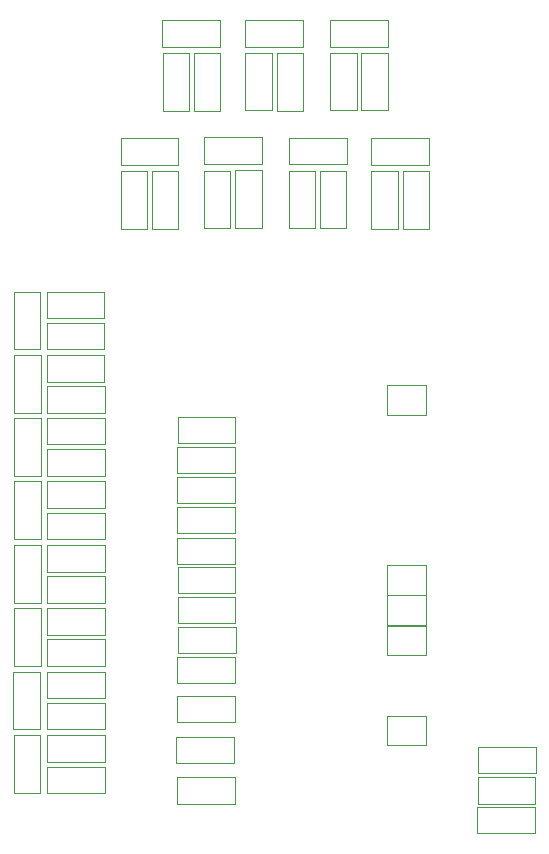
<source format=gbr>
G04 #@! TF.GenerationSoftware,KiCad,Pcbnew,5.1.5+dfsg1-2build2*
G04 #@! TF.CreationDate,2023-05-06T09:23:40+02:00*
G04 #@! TF.ProjectId,digital,64696769-7461-46c2-9e6b-696361645f70,rev?*
G04 #@! TF.SameCoordinates,Original*
G04 #@! TF.FileFunction,Other,User*
%FSLAX46Y46*%
G04 Gerber Fmt 4.6, Leading zero omitted, Abs format (unit mm)*
G04 Created by KiCad (PCBNEW 5.1.5+dfsg1-2build2) date 2023-05-06 09:23:40*
%MOMM*%
%LPD*%
G04 APERTURE LIST*
%ADD10C,0.050000*%
G04 APERTURE END LIST*
D10*
X125791500Y-82403000D02*
X128031500Y-82403000D01*
X128031500Y-82403000D02*
X128031500Y-77503000D01*
X128031500Y-77503000D02*
X125791500Y-77503000D01*
X125791500Y-77503000D02*
X125791500Y-82403000D01*
X125814360Y-82870080D02*
X125814360Y-87770080D01*
X128054360Y-82870080D02*
X125814360Y-82870080D01*
X128054360Y-87770080D02*
X128054360Y-82870080D01*
X125814360Y-87770080D02*
X128054360Y-87770080D01*
X125827060Y-93091380D02*
X128067060Y-93091380D01*
X128067060Y-93091380D02*
X128067060Y-88191380D01*
X128067060Y-88191380D02*
X125827060Y-88191380D01*
X125827060Y-88191380D02*
X125827060Y-93091380D01*
X125839760Y-103860980D02*
X128079760Y-103860980D01*
X128079760Y-103860980D02*
X128079760Y-98960980D01*
X128079760Y-98960980D02*
X125839760Y-98960980D01*
X125839760Y-98960980D02*
X125839760Y-103860980D01*
X125827060Y-104294980D02*
X125827060Y-109194980D01*
X128067060Y-104294980D02*
X125827060Y-104294980D01*
X128067060Y-109194980D02*
X128067060Y-104294980D01*
X125827060Y-109194980D02*
X128067060Y-109194980D01*
X125752060Y-114579380D02*
X127992060Y-114579380D01*
X127992060Y-114579380D02*
X127992060Y-109679380D01*
X127992060Y-109679380D02*
X125752060Y-109679380D01*
X125752060Y-109679380D02*
X125752060Y-114579380D01*
X125814360Y-98476180D02*
X128054360Y-98476180D01*
X128054360Y-98476180D02*
X128054360Y-93576180D01*
X128054360Y-93576180D02*
X125814360Y-93576180D01*
X125814360Y-93576180D02*
X125814360Y-98476180D01*
X125790160Y-115060980D02*
X125790160Y-119960980D01*
X128030160Y-115060980D02*
X125790160Y-115060980D01*
X128030160Y-119960980D02*
X128030160Y-115060980D01*
X125790160Y-119960980D02*
X128030160Y-119960980D01*
X134829500Y-64507500D02*
X134829500Y-66747500D01*
X134829500Y-66747500D02*
X139729500Y-66747500D01*
X139729500Y-66747500D02*
X139729500Y-64507500D01*
X139729500Y-64507500D02*
X134829500Y-64507500D01*
X138363500Y-54514500D02*
X138363500Y-56754500D01*
X138363500Y-56754500D02*
X143263500Y-56754500D01*
X143263500Y-56754500D02*
X143263500Y-54514500D01*
X143263500Y-54514500D02*
X138363500Y-54514500D01*
X146765420Y-64456160D02*
X141865420Y-64456160D01*
X146765420Y-66696160D02*
X146765420Y-64456160D01*
X141865420Y-66696160D02*
X146765420Y-66696160D01*
X141865420Y-64456160D02*
X141865420Y-66696160D01*
X145375120Y-54514500D02*
X145375120Y-56754500D01*
X145375120Y-56754500D02*
X150275120Y-56754500D01*
X150275120Y-56754500D02*
X150275120Y-54514500D01*
X150275120Y-54514500D02*
X145375120Y-54514500D01*
X149074000Y-64482500D02*
X149074000Y-66722500D01*
X149074000Y-66722500D02*
X153974000Y-66722500D01*
X153974000Y-66722500D02*
X153974000Y-64482500D01*
X153974000Y-64482500D02*
X149074000Y-64482500D01*
X157462320Y-54525860D02*
X152562320Y-54525860D01*
X157462320Y-56765860D02*
X157462320Y-54525860D01*
X152562320Y-56765860D02*
X157462320Y-56765860D01*
X152562320Y-54525860D02*
X152562320Y-56765860D01*
X156054500Y-64532500D02*
X156054500Y-66772500D01*
X156054500Y-66772500D02*
X160954500Y-66772500D01*
X160954500Y-66772500D02*
X160954500Y-64532500D01*
X160954500Y-64532500D02*
X156054500Y-64532500D01*
X144549000Y-88108500D02*
X139649000Y-88108500D01*
X144549000Y-90348500D02*
X144549000Y-88108500D01*
X139649000Y-90348500D02*
X144549000Y-90348500D01*
X139649000Y-88108500D02*
X139649000Y-90348500D01*
X144546160Y-90660380D02*
X139646160Y-90660380D01*
X144546160Y-92900380D02*
X144546160Y-90660380D01*
X139646160Y-92900380D02*
X144546160Y-92900380D01*
X139646160Y-90660380D02*
X139646160Y-92900380D01*
X139646160Y-93200380D02*
X139646160Y-95440380D01*
X139646160Y-95440380D02*
X144546160Y-95440380D01*
X144546160Y-95440380D02*
X144546160Y-93200380D01*
X144546160Y-93200380D02*
X139646160Y-93200380D01*
X144546160Y-98331180D02*
X139646160Y-98331180D01*
X144546160Y-100571180D02*
X144546160Y-98331180D01*
X139646160Y-100571180D02*
X144546160Y-100571180D01*
X139646160Y-98331180D02*
X139646160Y-100571180D01*
X144549360Y-100794980D02*
X139649360Y-100794980D01*
X144549360Y-103034980D02*
X144549360Y-100794980D01*
X139649360Y-103034980D02*
X144549360Y-103034980D01*
X139649360Y-100794980D02*
X139649360Y-103034980D01*
X144549360Y-103360380D02*
X139649360Y-103360380D01*
X144549360Y-105600380D02*
X144549360Y-103360380D01*
X139649360Y-105600380D02*
X144549360Y-105600380D01*
X139649360Y-103360380D02*
X139649360Y-105600380D01*
X133461500Y-82390500D02*
X133461500Y-80150500D01*
X133461500Y-80150500D02*
X128561500Y-80150500D01*
X128561500Y-80150500D02*
X128561500Y-82390500D01*
X128561500Y-82390500D02*
X133461500Y-82390500D01*
X133471500Y-87770500D02*
X133471500Y-85530500D01*
X133471500Y-85530500D02*
X128571500Y-85530500D01*
X128571500Y-85530500D02*
X128571500Y-87770500D01*
X128571500Y-87770500D02*
X133471500Y-87770500D01*
X133481500Y-93090500D02*
X133481500Y-90850500D01*
X133481500Y-90850500D02*
X128581500Y-90850500D01*
X128581500Y-90850500D02*
X128581500Y-93090500D01*
X128581500Y-93090500D02*
X133481500Y-93090500D01*
X133471500Y-103840500D02*
X133471500Y-101600500D01*
X133471500Y-101600500D02*
X128571500Y-101600500D01*
X128571500Y-101600500D02*
X128571500Y-103840500D01*
X128571500Y-103840500D02*
X133471500Y-103840500D01*
X133501500Y-109200500D02*
X133501500Y-106960500D01*
X133501500Y-106960500D02*
X128601500Y-106960500D01*
X128601500Y-106960500D02*
X128601500Y-109200500D01*
X128601500Y-109200500D02*
X133501500Y-109200500D01*
X133521500Y-114580500D02*
X133521500Y-112340500D01*
X133521500Y-112340500D02*
X128621500Y-112340500D01*
X128621500Y-112340500D02*
X128621500Y-114580500D01*
X128621500Y-114580500D02*
X133521500Y-114580500D01*
X133461500Y-77540500D02*
X128561500Y-77540500D01*
X133461500Y-79780500D02*
X133461500Y-77540500D01*
X128561500Y-79780500D02*
X133461500Y-79780500D01*
X128561500Y-77540500D02*
X128561500Y-79780500D01*
X133461500Y-82890500D02*
X128561500Y-82890500D01*
X133461500Y-85130500D02*
X133461500Y-82890500D01*
X128561500Y-85130500D02*
X133461500Y-85130500D01*
X128561500Y-82890500D02*
X128561500Y-85130500D01*
X133471500Y-88190500D02*
X128571500Y-88190500D01*
X133471500Y-90430500D02*
X133471500Y-88190500D01*
X128571500Y-90430500D02*
X133471500Y-90430500D01*
X128571500Y-88190500D02*
X128571500Y-90430500D01*
X133491500Y-98970500D02*
X128591500Y-98970500D01*
X133491500Y-101210500D02*
X133491500Y-98970500D01*
X128591500Y-101210500D02*
X133491500Y-101210500D01*
X128591500Y-98970500D02*
X128591500Y-101210500D01*
X133491500Y-104300500D02*
X128591500Y-104300500D01*
X133491500Y-106540500D02*
X133491500Y-104300500D01*
X128591500Y-106540500D02*
X133491500Y-106540500D01*
X128591500Y-104300500D02*
X128591500Y-106540500D01*
X133521500Y-109690500D02*
X128621500Y-109690500D01*
X133521500Y-111930500D02*
X133521500Y-109690500D01*
X128621500Y-111930500D02*
X133521500Y-111930500D01*
X128621500Y-109690500D02*
X128621500Y-111930500D01*
X144546160Y-95740380D02*
X139646160Y-95740380D01*
X144546160Y-97980380D02*
X144546160Y-95740380D01*
X139646160Y-97980380D02*
X144546160Y-97980380D01*
X139646160Y-95740380D02*
X139646160Y-97980380D01*
X139671560Y-105900380D02*
X139671560Y-108140380D01*
X139671560Y-108140380D02*
X144571560Y-108140380D01*
X144571560Y-108140380D02*
X144571560Y-105900380D01*
X144571560Y-105900380D02*
X139671560Y-105900380D01*
X139633460Y-108427680D02*
X139633460Y-110667680D01*
X139633460Y-110667680D02*
X144533460Y-110667680D01*
X144533460Y-110667680D02*
X144533460Y-108427680D01*
X144533460Y-108427680D02*
X139633460Y-108427680D01*
X139599000Y-111713500D02*
X139599000Y-113953500D01*
X139599000Y-113953500D02*
X144499000Y-113953500D01*
X144499000Y-113953500D02*
X144499000Y-111713500D01*
X144499000Y-111713500D02*
X139599000Y-111713500D01*
X139561500Y-115193500D02*
X139561500Y-117433500D01*
X139561500Y-117433500D02*
X144461500Y-117433500D01*
X144461500Y-117433500D02*
X144461500Y-115193500D01*
X144461500Y-115193500D02*
X139561500Y-115193500D01*
X139620760Y-118613080D02*
X139620760Y-120853080D01*
X139620760Y-120853080D02*
X144520760Y-120853080D01*
X144520760Y-120853080D02*
X144520760Y-118613080D01*
X144520760Y-118613080D02*
X139620760Y-118613080D01*
X165036500Y-121133500D02*
X165036500Y-123373500D01*
X165036500Y-123373500D02*
X169936500Y-123373500D01*
X169936500Y-123373500D02*
X169936500Y-121133500D01*
X169936500Y-121133500D02*
X165036500Y-121133500D01*
X165049000Y-118608500D02*
X165049000Y-120848500D01*
X165049000Y-120848500D02*
X169949000Y-120848500D01*
X169949000Y-120848500D02*
X169949000Y-118608500D01*
X169949000Y-118608500D02*
X165049000Y-118608500D01*
X133481500Y-98480500D02*
X133481500Y-96240500D01*
X133481500Y-96240500D02*
X128581500Y-96240500D01*
X128581500Y-96240500D02*
X128581500Y-98480500D01*
X128581500Y-98480500D02*
X133481500Y-98480500D01*
X128581500Y-119980500D02*
X133481500Y-119980500D01*
X128581500Y-117740500D02*
X128581500Y-119980500D01*
X133481500Y-117740500D02*
X128581500Y-117740500D01*
X133481500Y-119980500D02*
X133481500Y-117740500D01*
X134834500Y-67277500D02*
X134834500Y-72177500D01*
X137074500Y-67277500D02*
X134834500Y-67277500D01*
X137074500Y-72177500D02*
X137074500Y-67277500D01*
X134834500Y-72177500D02*
X137074500Y-72177500D01*
X138393500Y-57322000D02*
X138393500Y-62222000D01*
X140633500Y-57322000D02*
X138393500Y-57322000D01*
X140633500Y-62222000D02*
X140633500Y-57322000D01*
X138393500Y-62222000D02*
X140633500Y-62222000D01*
X141873500Y-67252500D02*
X141873500Y-72152500D01*
X144113500Y-67252500D02*
X141873500Y-67252500D01*
X144113500Y-72152500D02*
X144113500Y-67252500D01*
X141873500Y-72152500D02*
X144113500Y-72152500D01*
X145382500Y-57272000D02*
X145382500Y-62172000D01*
X147622500Y-57272000D02*
X145382500Y-57272000D01*
X147622500Y-62172000D02*
X147622500Y-57272000D01*
X145382500Y-62172000D02*
X147622500Y-62172000D01*
X149091500Y-67252500D02*
X149091500Y-72152500D01*
X151331500Y-67252500D02*
X149091500Y-67252500D01*
X151331500Y-72152500D02*
X151331500Y-67252500D01*
X149091500Y-72152500D02*
X151331500Y-72152500D01*
X152575500Y-62172000D02*
X154815500Y-62172000D01*
X154815500Y-62172000D02*
X154815500Y-57272000D01*
X154815500Y-57272000D02*
X152575500Y-57272000D01*
X152575500Y-57272000D02*
X152575500Y-62172000D01*
X133471500Y-93570500D02*
X128571500Y-93570500D01*
X133471500Y-95810500D02*
X133471500Y-93570500D01*
X128571500Y-95810500D02*
X133471500Y-95810500D01*
X128571500Y-93570500D02*
X128571500Y-95810500D01*
X128591500Y-115060500D02*
X128591500Y-117300500D01*
X128591500Y-117300500D02*
X133491500Y-117300500D01*
X133491500Y-117300500D02*
X133491500Y-115060500D01*
X133491500Y-115060500D02*
X128591500Y-115060500D01*
X139724500Y-67277500D02*
X137484500Y-67277500D01*
X137484500Y-67277500D02*
X137484500Y-72177500D01*
X137484500Y-72177500D02*
X139724500Y-72177500D01*
X139724500Y-72177500D02*
X139724500Y-67277500D01*
X143258500Y-57322000D02*
X141018500Y-57322000D01*
X141018500Y-57322000D02*
X141018500Y-62222000D01*
X141018500Y-62222000D02*
X143258500Y-62222000D01*
X143258500Y-62222000D02*
X143258500Y-57322000D01*
X146763500Y-67252060D02*
X144523500Y-67252060D01*
X144523500Y-67252060D02*
X144523500Y-72152060D01*
X144523500Y-72152060D02*
X146763500Y-72152060D01*
X146763500Y-72152060D02*
X146763500Y-67252060D01*
X150272500Y-62197000D02*
X150272500Y-57297000D01*
X148032500Y-62197000D02*
X150272500Y-62197000D01*
X148032500Y-57297000D02*
X148032500Y-62197000D01*
X150272500Y-57297000D02*
X148032500Y-57297000D01*
X153956500Y-67252500D02*
X151716500Y-67252500D01*
X151716500Y-67252500D02*
X151716500Y-72152500D01*
X151716500Y-72152500D02*
X153956500Y-72152500D01*
X153956500Y-72152500D02*
X153956500Y-67252500D01*
X157465500Y-57272000D02*
X155225500Y-57272000D01*
X155225500Y-57272000D02*
X155225500Y-62172000D01*
X155225500Y-62172000D02*
X157465500Y-62172000D01*
X157465500Y-62172000D02*
X157465500Y-57272000D01*
X165061500Y-116058500D02*
X165061500Y-118298500D01*
X165061500Y-118298500D02*
X169961500Y-118298500D01*
X169961500Y-118298500D02*
X169961500Y-116058500D01*
X169961500Y-116058500D02*
X165061500Y-116058500D01*
X156059500Y-67277500D02*
X156059500Y-72177500D01*
X158299500Y-67277500D02*
X156059500Y-67277500D01*
X158299500Y-72177500D02*
X158299500Y-67277500D01*
X156059500Y-72177500D02*
X158299500Y-72177500D01*
X160974500Y-67277500D02*
X158734500Y-67277500D01*
X158734500Y-67277500D02*
X158734500Y-72177500D01*
X158734500Y-72177500D02*
X160974500Y-72177500D01*
X160974500Y-72177500D02*
X160974500Y-67277500D01*
X160661500Y-85453500D02*
X157361500Y-85453500D01*
X160661500Y-85453500D02*
X160661500Y-87953500D01*
X157361500Y-87953500D02*
X157361500Y-85453500D01*
X157361500Y-87953500D02*
X160661500Y-87953500D01*
X157386500Y-103178500D02*
X160686500Y-103178500D01*
X157386500Y-103178500D02*
X157386500Y-100678500D01*
X160686500Y-100678500D02*
X160686500Y-103178500D01*
X160686500Y-100678500D02*
X157386500Y-100678500D01*
X157386500Y-105728500D02*
X160686500Y-105728500D01*
X157386500Y-105728500D02*
X157386500Y-103228500D01*
X160686500Y-103228500D02*
X160686500Y-105728500D01*
X160686500Y-103228500D02*
X157386500Y-103228500D01*
X160686500Y-105778500D02*
X157386500Y-105778500D01*
X160686500Y-105778500D02*
X160686500Y-108278500D01*
X157386500Y-108278500D02*
X157386500Y-105778500D01*
X157386500Y-108278500D02*
X160686500Y-108278500D01*
X160661500Y-113403500D02*
X157361500Y-113403500D01*
X160661500Y-113403500D02*
X160661500Y-115903500D01*
X157361500Y-115903500D02*
X157361500Y-113403500D01*
X157361500Y-115903500D02*
X160661500Y-115903500D01*
M02*

</source>
